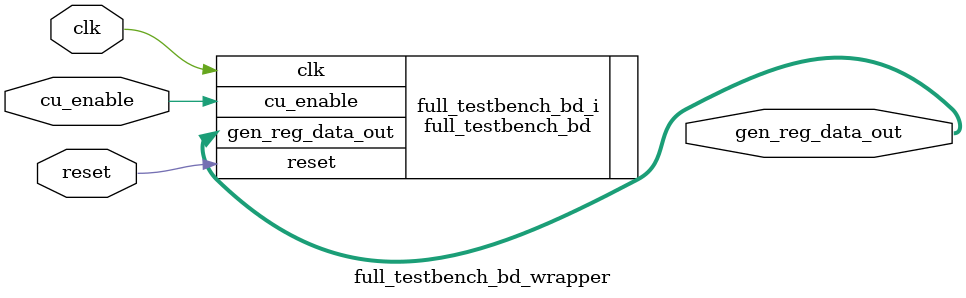
<source format=v>
`timescale 1 ps / 1 ps

module full_testbench_bd_wrapper
   (clk,
    cu_enable,
    gen_reg_data_out,
    reset);
  input clk;
  input cu_enable;
  output [7:0]gen_reg_data_out;
  input reset;

  wire clk;
  wire cu_enable;
  wire [7:0]gen_reg_data_out;
  wire reset;

  full_testbench_bd full_testbench_bd_i
       (.clk(clk),
        .cu_enable(cu_enable),
        .gen_reg_data_out(gen_reg_data_out),
        .reset(reset));
endmodule

</source>
